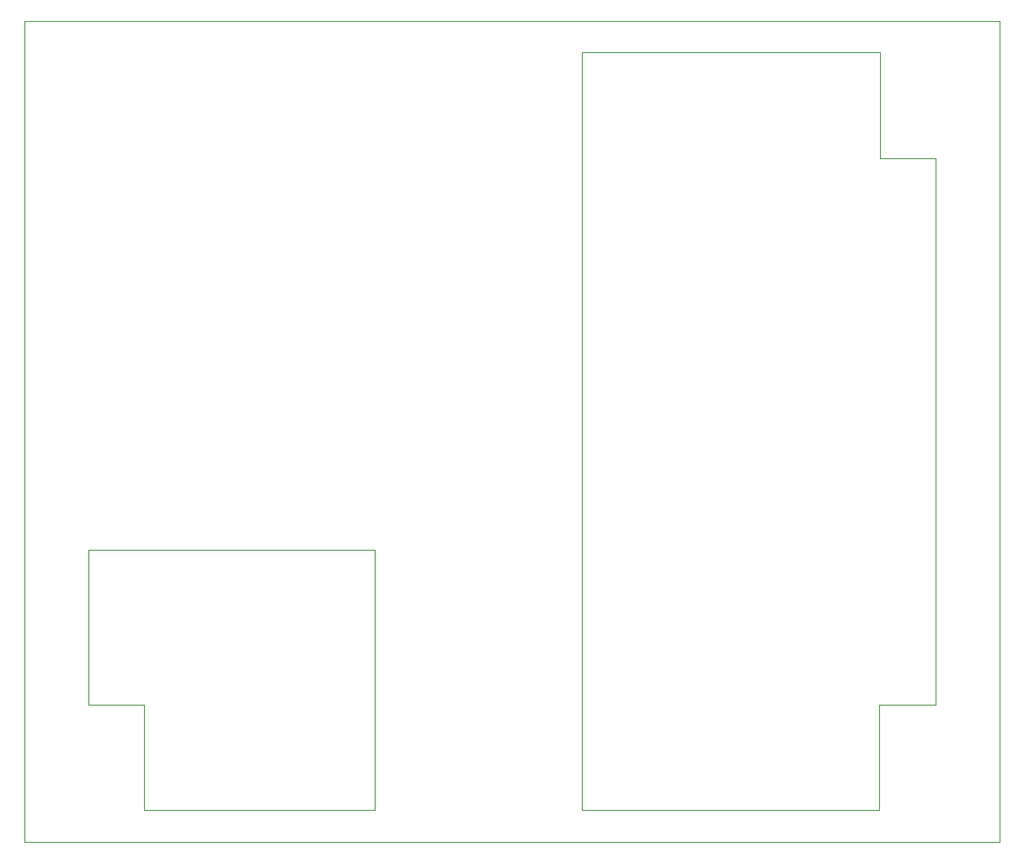
<source format=gbr>
G04 #@! TF.GenerationSoftware,KiCad,Pcbnew,(5.1.2)-2*
G04 #@! TF.CreationDate,2021-08-28T01:21:12-04:00*
G04 #@! TF.ProjectId,MAG_Plus,4d41475f-506c-4757-932e-6b696361645f,rev?*
G04 #@! TF.SameCoordinates,Original*
G04 #@! TF.FileFunction,Profile,NP*
%FSLAX46Y46*%
G04 Gerber Fmt 4.6, Leading zero omitted, Abs format (unit mm)*
G04 Created by KiCad (PCBNEW (5.1.2)-2) date 2021-08-28 01:21:12*
%MOMM*%
%LPD*%
G04 APERTURE LIST*
%ADD10C,0.050000*%
G04 APERTURE END LIST*
D10*
X413410000Y-116060000D02*
X443310000Y-116060000D01*
X413410000Y-96060000D02*
X413410000Y-116060000D01*
X369410000Y-105460000D02*
X369410000Y-116060000D01*
X369410000Y-116060000D02*
X392630000Y-116060000D01*
X363850000Y-89860000D02*
X363830000Y-105460000D01*
X392650000Y-89860000D02*
X363850000Y-89860000D01*
X392630000Y-116060000D02*
X392650000Y-89860000D01*
X363830000Y-105460000D02*
X369410000Y-105460000D01*
X443410000Y-39860000D02*
X413410000Y-39850000D01*
X449000000Y-50460000D02*
X449010000Y-105460000D01*
X443310000Y-105460000D02*
X443310000Y-116060000D01*
X449010000Y-105460000D02*
X443310000Y-105460000D01*
X443410000Y-50450000D02*
X443410000Y-39860000D01*
X449000000Y-50460000D02*
X443410000Y-50450000D01*
X357410000Y-36660000D02*
X455410000Y-36660000D01*
X455410000Y-119260000D02*
X357410000Y-119260000D01*
X455410000Y-36660000D02*
X455410000Y-119260000D01*
X357410000Y-119260000D02*
X357410000Y-36660000D01*
X413410000Y-96060000D02*
X413410000Y-39850000D01*
M02*

</source>
